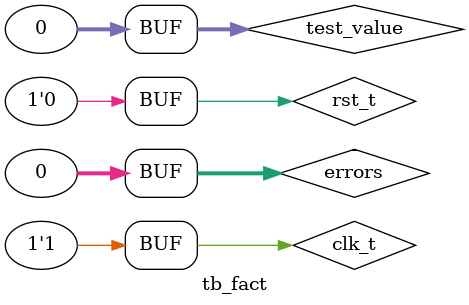
<source format=v>
`timescale 1ns / 1ps


module tb_fact();
    
    reg [1:0]a_t;
    reg we_t;
    reg [3:0]wd_t;
    reg rst_t;
    reg clk_t;
    
    wire [31:0]rd_t;
    
    fact_top DUT(
        .a(a_t),
        .we(we_t),
        .wd(wd_t),
        .rst(rst_t),
        .clk(clk_t),
        .rd(rd_t)
    );
    
    task tick;
      begin
        clk_t = 1'b0;
        #5;
        clk_t = 1'b1;
        #5;
      end
    endtask
    
    task reset;
      begin
        rst_t = 1'b0;
        #5;
        rst_t = 1'b1;
        #5;
        tick;
        rst_t = 1'b0;
      end
    endtask
    
    integer errors = 0;
    integer test_value = 32'h0;
    
    initial begin
        reset;
        tick;
    end
endmodule

</source>
